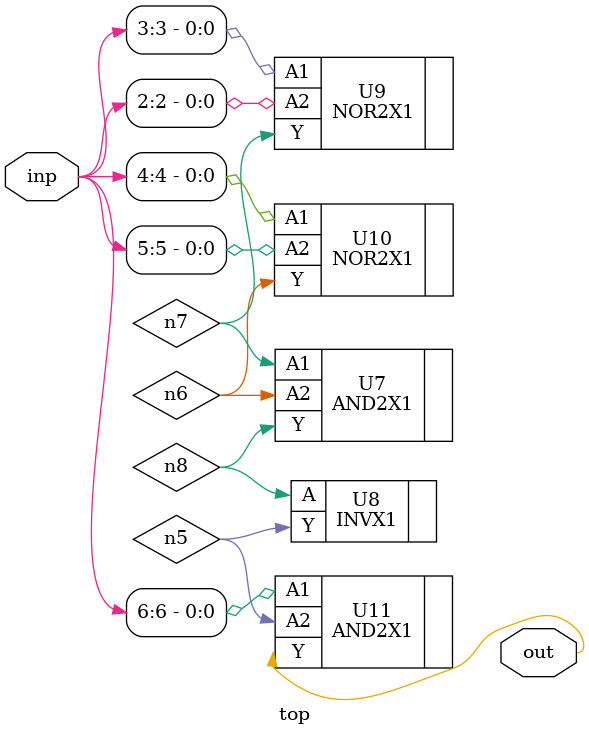
<source format=sv>


module top ( inp, out );
  input [6:0] inp;
  output out;
  wire   n5, n6, n7, n8;

  AND2X1 U7 ( .A1(n7), .A2(n6), .Y(n8) );
  INVX1 U8 ( .A(n8), .Y(n5) );
  NOR2X1 U9 ( .A1(inp[3]), .A2(inp[2]), .Y(n7) );
  NOR2X1 U10 ( .A1(inp[4]), .A2(inp[5]), .Y(n6) );
  AND2X1 U11 ( .A1(inp[6]), .A2(n5), .Y(out) );
endmodule


</source>
